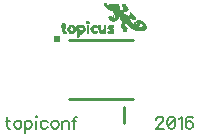
<source format=gto>
G04 DipTrace 2.4.0.2*
%INtopiconf.GTO*%
%MOMM*%
%ADD10C,0.25*%
%ADD12C,0.076*%
%ADD19O,0.601X0.6*%
%ADD34C,0.157*%
%FSLAX53Y53*%
G04*
G71*
G90*
G75*
G01*
%LNTopSilk*%
%LPD*%
X20899Y12883D2*
D10*
Y11584D1*
X21602Y18544D2*
X16201D1*
X21602Y13544D2*
X16201D1*
D19*
X15185Y18696D3*
X19209Y21683D2*
D12*
X19361D1*
X19176Y21607D2*
X19380D1*
X19665D2*
X20349D1*
X20729D2*
X20957D1*
X19152Y21531D2*
X19440D1*
X19518D2*
X20384D1*
X20709D2*
X20976D1*
X19233Y21455D2*
X20406D1*
X20697D2*
X21029D1*
X19342Y21379D2*
X20420D1*
X20741D2*
X21087D1*
X19460Y21303D2*
X19700D1*
X19781D2*
X20441D1*
X20806D2*
X21132D1*
X19584Y21227D2*
X20474D1*
X20881D2*
X21164D1*
X19758Y21151D2*
X20558D1*
X20617D2*
X21092D1*
X20023Y21075D2*
X20990D1*
X20349Y20999D2*
X20864D1*
X19969Y20923D2*
X20729D1*
X21413D2*
D3*
X20007Y20847D2*
X20808D1*
X21383D2*
X21489D1*
X20048Y20771D2*
X20900D1*
X21345D2*
X21562D1*
X19665Y20695D2*
D3*
X19969D2*
D3*
X20082D2*
X21018D1*
X21288D2*
X21650D1*
X19594Y20619D2*
X19741D1*
X19898D2*
X19969D1*
X20100D2*
X21169D1*
X21206D2*
X21735D1*
X19513Y20543D2*
X19969D1*
X20105D2*
X20337D1*
X20504D2*
X21803D1*
X19563Y20467D2*
X20004D1*
X20079D2*
X20315D1*
X20517D2*
X21355D1*
X21489D2*
X21812D1*
X19619Y20391D2*
X20279D1*
X20548D2*
X20840D1*
X20921D2*
X21310D1*
X21565D2*
X21793D1*
X19693Y20315D2*
X20224D1*
X20598D2*
X21313D1*
X19787Y20239D2*
X20142D1*
X20661D2*
X21335D1*
X22021D2*
X22173D1*
X17689Y20163D2*
X17841D1*
X19893D2*
X20045D1*
X20729D2*
X21375D1*
X21889D2*
X22345D1*
X17689Y20087D2*
X17881D1*
X20691D2*
X21433D1*
X21785D2*
X22484D1*
X15637Y20011D2*
X15789D1*
X17689D2*
X17917D1*
X20659D2*
X21511D1*
X21736D2*
X21807D1*
X22007D2*
X22111D1*
X22298D2*
X22584D1*
X15585Y19935D2*
X15840D1*
X20630D2*
X20881D1*
X21109D2*
X21608D1*
X21689D2*
X21909D1*
X21980D2*
X22137D1*
X22399D2*
X22657D1*
X15536Y19859D2*
X15889D1*
X16245D2*
X16549D1*
X16853D2*
X17385D1*
X17765D2*
X17841D1*
X18221D2*
X18525D1*
X18677D2*
X18829D1*
X19209D2*
X19285D1*
X19589D2*
X19893D1*
X20609D2*
X20805D1*
X21185D2*
X22173D1*
X22480D2*
X22682D1*
X15524Y19783D2*
X15902D1*
X16172D2*
X16639D1*
X16839D2*
X17449D1*
X17765D2*
X17841D1*
X18139D2*
X18829D1*
X19209D2*
X19285D1*
X19528D2*
X19933D1*
X20598D2*
X20918D1*
X21261D2*
X22026D1*
X22553D2*
X22695D1*
X15555Y19707D2*
X15871D1*
X16109D2*
X16324D1*
X16469D2*
X16741D1*
X16812D2*
X17503D1*
X17765D2*
X17841D1*
X18076D2*
X18829D1*
X19208D2*
X19285D1*
X19478D2*
X19969D1*
X20624D2*
X21020D1*
X21340D2*
X21869D1*
X22187D2*
X22700D1*
X15589Y19631D2*
X15836D1*
X16064D2*
X16264D1*
X16530D2*
X17006D1*
X17368D2*
X17544D1*
X17765D2*
X17841D1*
X18035D2*
X18239D1*
X18677D2*
X18830D1*
X19205D2*
X19285D1*
X19465D2*
X19665D1*
X20663D2*
X21071D1*
X21432D2*
X22697D1*
X15613Y19555D2*
X15812D1*
X16034D2*
X16219D1*
X16575D2*
X17010D1*
X17409D2*
X17574D1*
X17765D2*
X17841D1*
X18008D2*
X18195D1*
X18680D2*
X18838D1*
X19195D2*
X19285D1*
X19502D2*
X19796D1*
X20704D2*
X21086D1*
X21550D2*
X22684D1*
X15627Y19479D2*
X15802D1*
X16033D2*
X16226D1*
X16568D2*
X17045D1*
X17437D2*
X17565D1*
X17765D2*
X17841D1*
X18012D2*
X18202D1*
X18690D2*
X18859D1*
X19139D2*
X19285D1*
X19612D2*
X19899D1*
X20743D2*
X21072D1*
X21701D2*
X22625D1*
X15636Y19403D2*
X15801D1*
X16065D2*
X16286D1*
X16508D2*
X17164D1*
X17231D2*
X17539D1*
X17765D2*
X17841D1*
X18033D2*
X18262D1*
X18711D2*
X18948D1*
X18996D2*
X19285D1*
X19741D2*
X19941D1*
X20776D2*
X21053D1*
X21869D2*
X22553D1*
X15650Y19327D2*
X15830D1*
X15941D2*
D3*
X16115D2*
X16372D1*
X16422D2*
X16701D1*
X16853D2*
X17501D1*
X17765D2*
X17841D1*
X18074D2*
X18348D1*
X18449D2*
X18601D1*
X18742D2*
X19285D1*
X19579D2*
X19949D1*
X20805D2*
X21033D1*
X15677Y19251D2*
X15941D1*
X16177D2*
X16625D1*
X16853D2*
X17400D1*
X17765D2*
X17841D1*
X18140D2*
X18565D1*
X18783D2*
X19285D1*
X19437D2*
X19925D1*
X15713Y19175D2*
X15941D1*
X16245D2*
X16549D1*
X16853D2*
X17271D1*
X17765D2*
X17841D1*
X18221D2*
X18525D1*
X18829D2*
X19057D1*
X19209D2*
X19285D1*
X19513D2*
X19893D1*
X16853Y19099D2*
X17152D1*
X16853Y19023D2*
X17060D1*
X16853Y18947D2*
X17029D1*
X16853Y18871D2*
X17005D1*
X19209Y21683D2*
X19176Y21607D1*
X19152Y21531D1*
X19233Y21455D1*
X19342Y21379D1*
X19460Y21303D1*
X19584Y21227D1*
X19758Y21151D1*
X20023Y21075D1*
X20349Y20999D1*
X19969Y20923D1*
X20007Y20847D1*
X20048Y20771D1*
X20082Y20695D1*
X20100Y20619D1*
X20105Y20543D1*
X20079Y20467D1*
X20045Y20391D1*
X19361Y21683D2*
X19380Y21607D1*
X19440Y21531D1*
X19513Y21455D1*
X19665Y21607D2*
X19518Y21531D1*
X19361Y21455D1*
X20349Y21607D2*
X20384Y21531D1*
X20406Y21455D1*
X20420Y21379D1*
X20441Y21303D1*
X20474Y21227D1*
X20558Y21151D1*
X20653Y21075D1*
X20729Y21607D2*
X20709Y21531D1*
X20697Y21455D1*
X20741Y21379D1*
X20806Y21303D1*
X20881Y21227D1*
X20617Y21151D1*
X20349Y21075D1*
X20957Y21607D2*
X20976Y21531D1*
X21029Y21455D1*
X21087Y21379D1*
X21132Y21303D1*
X21164Y21227D1*
X21092Y21151D1*
X20990Y21075D1*
X20864Y20999D1*
X20729Y20923D1*
X20808Y20847D1*
X20900Y20771D1*
X21018Y20695D1*
X21169Y20619D1*
X21337Y20543D1*
X19741Y21379D2*
X19700Y21303D1*
X19665Y21227D1*
X19741Y21379D2*
X19781Y21303D1*
X19817Y21227D1*
X21413Y20923D2*
X21383Y20847D1*
X21345Y20771D1*
X21288Y20695D1*
X21206Y20619D1*
X21109Y20543D1*
X21489Y20847D2*
X21562Y20771D1*
X21650Y20695D1*
X21735Y20619D1*
X21803Y20543D1*
X21812Y20467D1*
X21793Y20391D1*
X19665Y20695D2*
X19594Y20619D1*
X19513Y20543D1*
X19563Y20467D1*
X19619Y20391D1*
X19693Y20315D1*
X19787Y20239D1*
X19893Y20163D1*
X19969Y20695D2*
X19898Y20619D1*
X19817Y20543D1*
X19741Y20619D2*
X19817Y20543D1*
X19969D2*
X20004Y20467D1*
X20045Y20391D1*
X20349Y20619D2*
X20337Y20543D1*
X20315Y20467D1*
X20279Y20391D1*
X20224Y20315D1*
X20142Y20239D1*
X20045Y20163D1*
X20501Y20619D2*
X20504Y20543D1*
X20517Y20467D1*
X20548Y20391D1*
X20598Y20315D1*
X20661Y20239D1*
X20729Y20163D1*
X20691Y20087D1*
X20659Y20011D1*
X20630Y19935D1*
X20609Y19859D1*
X20598Y19783D1*
X20624Y19707D1*
X20663Y19631D1*
X20704Y19555D1*
X20743Y19479D1*
X20776Y19403D1*
X20805Y19327D1*
X21413Y20543D2*
X21355Y20467D1*
X21310Y20391D1*
X21313Y20315D1*
X21335Y20239D1*
X21375Y20163D1*
X21433Y20087D1*
X21511Y20011D1*
X21608Y19935D1*
X21717Y19859D1*
X21413Y20543D2*
X21489Y20467D1*
X21565Y20391D1*
X20881Y20467D2*
X20840Y20391D1*
X20805Y20315D1*
X20881Y20467D2*
X20921Y20391D1*
X20957Y20315D1*
X22021Y20239D2*
X21889Y20163D1*
X21785Y20087D1*
X21736Y20011D1*
X21689Y19935D1*
X21641Y19859D1*
X22173Y20239D2*
X22345Y20163D1*
X22484Y20087D1*
X22584Y20011D1*
X22657Y19935D1*
X22682Y19859D1*
X22695Y19783D1*
X22700Y19707D1*
X22697Y19631D1*
X22684Y19555D1*
X22625Y19479D1*
X22553Y19403D1*
X17689Y20163D2*
Y20087D1*
Y20011D1*
X17841Y20163D2*
X17881Y20087D1*
X17917Y20011D1*
X15637D2*
X15585Y19935D1*
X15536Y19859D1*
X15524Y19783D1*
X15555Y19707D1*
X15589Y19631D1*
X15613Y19555D1*
X15627Y19479D1*
X15636Y19403D1*
X15650Y19327D1*
X15677Y19251D1*
X15713Y19175D1*
X15789Y20011D2*
X15840Y19935D1*
X15889Y19859D1*
X15902Y19783D1*
X15871Y19707D1*
X15836Y19631D1*
X15812Y19555D1*
X15802Y19479D1*
X15801Y19403D1*
X15830Y19327D1*
X15865Y19251D1*
X21717Y20087D2*
X21807Y20011D1*
X21909Y19935D1*
X22021Y19859D1*
Y20087D2*
X22007Y20011D1*
X21980Y19935D1*
X21945Y19859D1*
X22097Y20087D2*
X22111Y20011D1*
X22137Y19935D1*
X22173Y19859D1*
X22026Y19783D1*
X21869Y19707D1*
X22097Y19631D1*
X22173Y20087D2*
X22298Y20011D1*
X22399Y19935D1*
X22480Y19859D1*
X22553Y19783D1*
X22187Y19707D1*
X21793Y19631D1*
X20957Y20011D2*
X20881Y19935D1*
X20805Y19859D1*
X20918Y19783D1*
X21020Y19707D1*
X21071Y19631D1*
X21086Y19555D1*
X21072Y19479D1*
X21053Y19403D1*
X21033Y19327D1*
Y20011D2*
X21109Y19935D1*
X21185Y19859D1*
X21261Y19783D1*
X21340Y19707D1*
X21432Y19631D1*
X21550Y19555D1*
X21701Y19479D1*
X21869Y19403D1*
X16245Y19859D2*
X16172Y19783D1*
X16109Y19707D1*
X16064Y19631D1*
X16034Y19555D1*
X16033Y19479D1*
X16065Y19403D1*
X16115Y19327D1*
X16177Y19251D1*
X16245Y19175D1*
X16549Y19859D2*
X16639Y19783D1*
X16741Y19707D1*
X16853Y19631D1*
Y19859D2*
X16839Y19783D1*
X16812Y19707D1*
X16777Y19631D1*
X17385Y19859D2*
X17449Y19783D1*
X17503Y19707D1*
X17544Y19631D1*
X17574Y19555D1*
X17565Y19479D1*
X17539Y19403D1*
X17501Y19327D1*
X17400Y19251D1*
X17271Y19175D1*
X17152Y19099D1*
X17060Y19023D1*
X17029Y18947D1*
X17005Y18871D1*
X17765Y19859D2*
Y19783D1*
Y19707D1*
Y19631D1*
Y19555D1*
Y19479D1*
Y19403D1*
Y19327D1*
Y19251D1*
Y19175D1*
X17841Y19859D2*
Y19783D1*
Y19707D1*
Y19631D1*
Y19555D1*
Y19479D1*
Y19403D1*
Y19327D1*
Y19251D1*
Y19175D1*
X18221Y19859D2*
X18139Y19783D1*
X18076Y19707D1*
X18035Y19631D1*
X18008Y19555D1*
X18012Y19479D1*
X18033Y19403D1*
X18074Y19327D1*
X18140Y19251D1*
X18221Y19175D1*
X18525Y19859D2*
X18601Y19783D1*
X18677Y19859D2*
X18601Y19783D1*
X18829Y19859D2*
Y19783D1*
Y19707D1*
X18830Y19631D1*
X18838Y19555D1*
X18859Y19479D1*
X18948Y19403D1*
X19057Y19327D1*
X19209Y19859D2*
Y19783D1*
X19208Y19707D1*
X19205Y19631D1*
X19195Y19555D1*
X19139Y19479D1*
X18996Y19403D1*
X18829Y19327D1*
X19285Y19859D2*
Y19783D1*
Y19707D1*
Y19631D1*
Y19555D1*
Y19479D1*
Y19403D1*
Y19327D1*
Y19251D1*
Y19175D1*
X19589Y19859D2*
X19528Y19783D1*
X19478Y19707D1*
X19465Y19631D1*
X19502Y19555D1*
X19612Y19479D1*
X19741Y19403D1*
X19579Y19327D1*
X19437Y19251D1*
X19513Y19175D1*
X19893Y19859D2*
X19933Y19783D1*
X19969Y19707D1*
X19665Y19631D1*
X19796Y19555D1*
X19899Y19479D1*
X19941Y19403D1*
X19949Y19327D1*
X19925Y19251D1*
X19893Y19175D1*
X16397Y19783D2*
X16324Y19707D1*
X16264Y19631D1*
X16219Y19555D1*
X16226Y19479D1*
X16286Y19403D1*
X16372Y19327D1*
X16473Y19251D1*
X16397Y19783D2*
X16469Y19707D1*
X16530Y19631D1*
X16575Y19555D1*
X16568Y19479D1*
X16508Y19403D1*
X16422Y19327D1*
X16321Y19251D1*
X17005Y19707D2*
X17006Y19631D1*
X17010Y19555D1*
X17045Y19479D1*
X17164Y19403D1*
X17309Y19327D1*
Y19707D2*
X17368Y19631D1*
X17409Y19555D1*
X17437Y19479D1*
X17231Y19403D1*
X17005Y19327D1*
X18297Y19707D2*
X18239Y19631D1*
X18195Y19555D1*
X18202Y19479D1*
X18262Y19403D1*
X18348Y19327D1*
X18449Y19251D1*
X18677Y19707D2*
Y19631D1*
X18680Y19555D1*
X18690Y19479D1*
X18711Y19403D1*
X18742Y19327D1*
X18783Y19251D1*
X18829Y19175D1*
X15941Y19327D2*
X15865Y19251D1*
X16777Y19403D2*
X16701Y19327D1*
X16625Y19251D1*
X16549Y19175D1*
X16853Y19403D2*
Y19327D1*
Y19251D1*
Y19175D1*
Y19099D1*
Y19023D1*
Y18947D1*
Y18871D1*
X18449Y19327D2*
X18373Y19251D1*
X18601Y19327D2*
X18565Y19251D1*
X18525Y19175D1*
X15941Y19251D2*
Y19175D1*
X19133Y19251D2*
X19057Y19175D1*
X19133Y19251D2*
X19209Y19175D1*
X23596Y11842D2*
D34*
Y11890D1*
X23644Y11988D1*
X23692Y12036D1*
X23790Y12084D1*
X23984D1*
X24081Y12036D1*
X24129Y11988D1*
X24178Y11890D1*
Y11793D1*
X24129Y11696D1*
X24032Y11551D1*
X23546Y11064D1*
X24227D1*
X24832Y12084D2*
X24686Y12036D1*
X24589Y11890D1*
X24540Y11647D1*
Y11501D1*
X24589Y11259D1*
X24686Y11113D1*
X24832Y11064D1*
X24929D1*
X25075Y11113D1*
X25172Y11259D1*
X25221Y11501D1*
Y11647D1*
X25172Y11890D1*
X25075Y12036D1*
X24929Y12084D1*
X24832D1*
X25172Y11890D2*
X24589Y11259D1*
X25535Y11890D2*
X25632Y11939D1*
X25778Y12084D1*
Y11064D1*
X26675Y11939D2*
X26627Y12036D1*
X26481Y12084D1*
X26384D1*
X26238Y12036D1*
X26140Y11890D1*
X26092Y11647D1*
Y11405D1*
X26140Y11210D1*
X26238Y11113D1*
X26384Y11064D1*
X26432D1*
X26577Y11113D1*
X26675Y11210D1*
X26723Y11356D1*
Y11405D1*
X26675Y11551D1*
X26577Y11647D1*
X26432Y11696D1*
X26384D1*
X26238Y11647D1*
X26140Y11551D1*
X26092Y11405D1*
X10992Y12085D2*
Y11259D1*
X11040Y11114D1*
X11138Y11064D1*
X11235D1*
X10846Y11745D2*
X11186D1*
X11791D2*
X11694Y11697D1*
X11597Y11599D1*
X11548Y11453D1*
Y11356D1*
X11597Y11210D1*
X11694Y11114D1*
X11791Y11064D1*
X11937D1*
X12035Y11114D1*
X12131Y11210D1*
X12181Y11356D1*
Y11453D1*
X12131Y11599D1*
X12035Y11697D1*
X11937Y11745D1*
X11791D1*
X12494D2*
Y10724D1*
Y11599D2*
X12592Y11696D1*
X12689Y11745D1*
X12835D1*
X12932Y11696D1*
X13029Y11599D1*
X13078Y11453D1*
Y11355D1*
X13029Y11210D1*
X12932Y11113D1*
X12835Y11064D1*
X12689D1*
X12592Y11113D1*
X12494Y11210D1*
X13392Y12085D2*
X13440Y12037D1*
X13490Y12085D1*
X13440Y12135D1*
X13392Y12085D1*
X13440Y11745D2*
Y11064D1*
X14388Y11599D2*
X14290Y11697D1*
X14192Y11745D1*
X14047D1*
X13950Y11697D1*
X13853Y11599D1*
X13804Y11453D1*
Y11356D1*
X13853Y11210D1*
X13950Y11114D1*
X14047Y11064D1*
X14192D1*
X14290Y11114D1*
X14388Y11210D1*
X14944Y11745D2*
X14847Y11697D1*
X14750Y11599D1*
X14701Y11453D1*
Y11356D1*
X14750Y11210D1*
X14847Y11114D1*
X14944Y11064D1*
X15090D1*
X15188Y11114D1*
X15284Y11210D1*
X15334Y11356D1*
Y11453D1*
X15284Y11599D1*
X15188Y11697D1*
X15090Y11745D1*
X14944D1*
X15647D2*
Y11064D1*
Y11551D2*
X15793Y11697D1*
X15891Y11745D1*
X16036D1*
X16134Y11697D1*
X16182Y11551D1*
Y11064D1*
X16884Y12085D2*
X16788D1*
X16690Y12037D1*
X16642Y11891D1*
Y11064D1*
X16496Y11745D2*
X16836D1*
M02*

</source>
